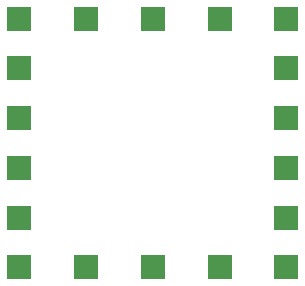
<source format=gbp>
%FSLAX25Y25*%
%MOIN*%
G70*
G01*
G75*
G04 Layer_Color=128*
%ADD10C,0.01969*%
%ADD11R,0.04134X0.08661*%
%ADD12R,0.03937X0.04134*%
%ADD13R,0.05118X0.08071*%
%ADD14R,0.04724X0.02756*%
%ADD15R,0.04724X0.04724*%
%ADD16R,0.02756X0.04724*%
%ADD17R,0.09449X0.07480*%
%ADD18R,0.02362X0.01969*%
%ADD19R,0.01969X0.02362*%
%ADD20C,0.01000*%
%ADD21C,0.02200*%
%ADD22R,0.07874X0.07874*%
%ADD23C,0.00394*%
%ADD24R,0.04934X0.09461*%
%ADD25R,0.04737X0.04934*%
%ADD26R,0.05918X0.08871*%
%ADD27R,0.05524X0.03556*%
%ADD28R,0.05524X0.05524*%
%ADD29R,0.03556X0.05524*%
%ADD30R,0.10249X0.08280*%
%ADD31R,0.03162X0.02769*%
%ADD32R,0.02769X0.03162*%
%ADD33C,0.03000*%
%ADD34R,0.08674X0.08674*%
D22*
X346531Y262106D02*
D03*
X346531Y344980D02*
D03*
X368799Y295264D02*
D03*
X279724Y278685D02*
D03*
Y295264D02*
D03*
X368799Y278685D02*
D03*
X279724Y345000D02*
D03*
X301993D02*
D03*
X324262D02*
D03*
X368799Y345000D02*
D03*
X368799Y328421D02*
D03*
Y311842D02*
D03*
Y262106D02*
D03*
X324262D02*
D03*
X301993D02*
D03*
X279724D02*
D03*
Y311842D02*
D03*
Y328421D02*
D03*
M02*

</source>
